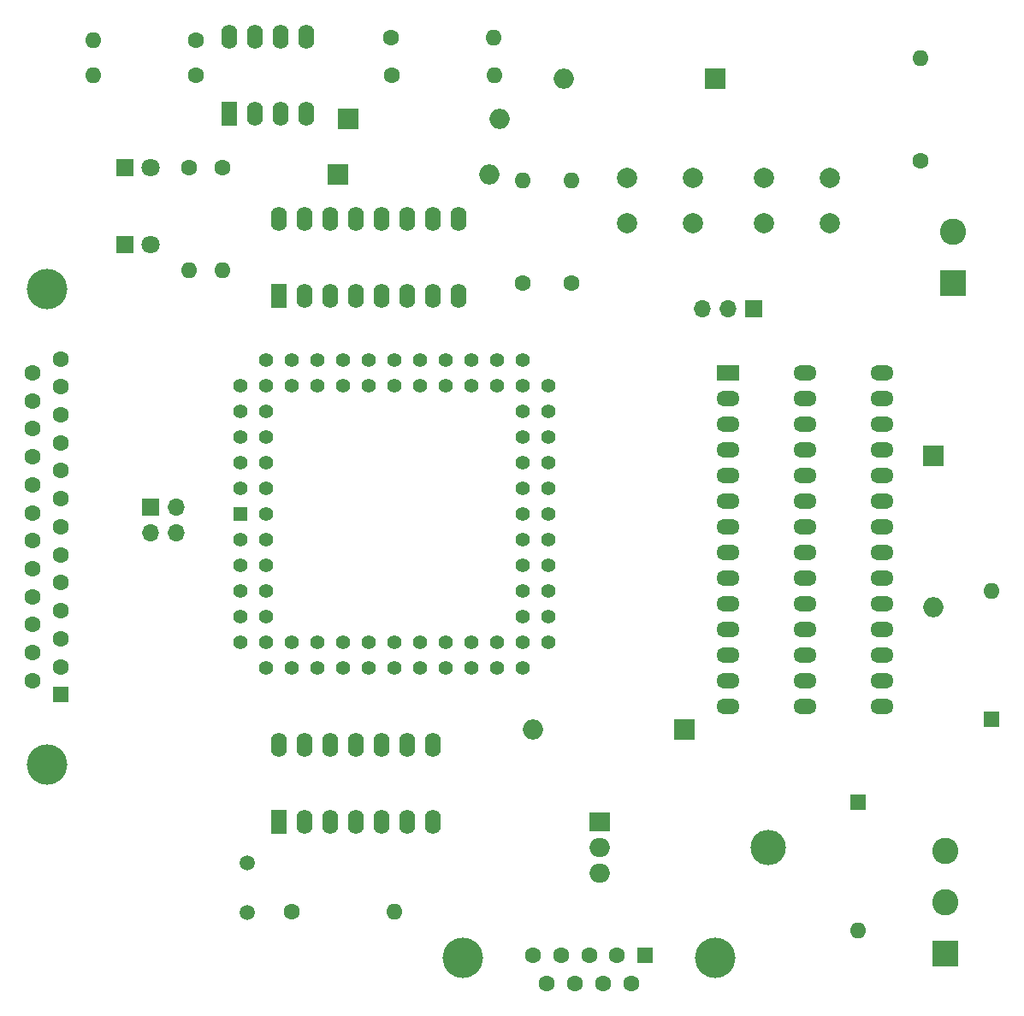
<source format=gbr>
%TF.GenerationSoftware,KiCad,Pcbnew,8.0.5*%
%TF.CreationDate,2024-10-06T22:29:13+02:00*%
%TF.ProjectId,carte_test,63617274-655f-4746-9573-742e6b696361,0*%
%TF.SameCoordinates,Original*%
%TF.FileFunction,Soldermask,Top*%
%TF.FilePolarity,Negative*%
%FSLAX46Y46*%
G04 Gerber Fmt 4.6, Leading zero omitted, Abs format (unit mm)*
G04 Created by KiCad (PCBNEW 8.0.5) date 2024-10-06 22:29:13*
%MOMM*%
%LPD*%
G01*
G04 APERTURE LIST*
%ADD10R,1.600000X1.600000*%
%ADD11O,1.600000X1.600000*%
%ADD12C,2.000000*%
%ADD13R,1.397000X1.397000*%
%ADD14C,1.397000*%
%ADD15R,1.600000X2.400000*%
%ADD16O,1.600000X2.400000*%
%ADD17R,1.700000X1.700000*%
%ADD18O,1.700000X1.700000*%
%ADD19C,1.600000*%
%ADD20C,1.500000*%
%ADD21R,1.800000X1.800000*%
%ADD22C,1.800000*%
%ADD23C,4.000000*%
%ADD24O,3.500000X3.500000*%
%ADD25R,2.000000X1.905000*%
%ADD26O,2.000000X1.905000*%
%ADD27R,2.600000X2.600000*%
%ADD28C,2.600000*%
%ADD29R,2.000000X2.000000*%
%ADD30O,2.000000X2.000000*%
%ADD31R,2.300000X1.500000*%
%ADD32O,2.300000X1.500000*%
G04 APERTURE END LIST*
D10*
%TO.C,D1*%
X181102000Y-115570000D03*
D11*
X181102000Y-128270000D03*
%TD*%
D10*
%TO.C,D4*%
X194310000Y-107315000D03*
D11*
X194310000Y-94615000D03*
%TD*%
D12*
%TO.C,SW1*%
X158242000Y-53721000D03*
X164742000Y-53721000D03*
X158242000Y-58221000D03*
X164742000Y-58221000D03*
%TD*%
D13*
%TO.C,U2*%
X120015000Y-86995000D03*
D14*
X122555000Y-86995000D03*
X120015000Y-89535000D03*
X122555000Y-89535000D03*
X120015000Y-92075000D03*
X122555000Y-92075000D03*
X120015000Y-94615000D03*
X122555000Y-94615000D03*
X120015000Y-97155000D03*
X122555000Y-97155000D03*
X120015000Y-99695000D03*
X122555000Y-102235000D03*
X122555000Y-99695000D03*
X125095000Y-102235000D03*
X125095000Y-99695000D03*
X127635000Y-102235000D03*
X127635000Y-99695000D03*
X130175000Y-102235000D03*
X130175000Y-99695000D03*
X132715000Y-102235000D03*
X132715000Y-99695000D03*
X135255000Y-102235000D03*
X135255000Y-99695000D03*
X137795000Y-102235000D03*
X137795000Y-99695000D03*
X140335000Y-102235000D03*
X140335000Y-99695000D03*
X142875000Y-102235000D03*
X142875000Y-99695000D03*
X145415000Y-102235000D03*
X145415000Y-99695000D03*
X147955000Y-102235000D03*
X150495000Y-99695000D03*
X147955000Y-99695000D03*
X150495000Y-97155000D03*
X147955000Y-97155000D03*
X150495000Y-94615000D03*
X147955000Y-94615000D03*
X150495000Y-92075000D03*
X147955000Y-92075000D03*
X150495000Y-89535000D03*
X147955000Y-89535000D03*
X150495000Y-86995000D03*
X147955000Y-86995000D03*
X150495000Y-84455000D03*
X147955000Y-84455000D03*
X150495000Y-81915000D03*
X147955000Y-81915000D03*
X150495000Y-79375000D03*
X147955000Y-79375000D03*
X150495000Y-76835000D03*
X147955000Y-76835000D03*
X150495000Y-74295000D03*
X147955000Y-71755000D03*
X147955000Y-74295000D03*
X145415000Y-71755000D03*
X145415000Y-74295000D03*
X142875000Y-71755000D03*
X142875000Y-74295000D03*
X140335000Y-71755000D03*
X140335000Y-74295000D03*
X137795000Y-71755000D03*
X137795000Y-74295000D03*
X135255000Y-71755000D03*
X135255000Y-74295000D03*
X132715000Y-71755000D03*
X132715000Y-74295000D03*
X130175000Y-71755000D03*
X130175000Y-74295000D03*
X127635000Y-71755000D03*
X127635000Y-74295000D03*
X125095000Y-71755000D03*
X125095000Y-74295000D03*
X122555000Y-71755000D03*
X120015000Y-74295000D03*
X122555000Y-74295000D03*
X120015000Y-76835000D03*
X122555000Y-76835000D03*
X120015000Y-79375000D03*
X122555000Y-79375000D03*
X120015000Y-81915000D03*
X122555000Y-81915000D03*
X120015000Y-84455000D03*
X122555000Y-84455000D03*
%TD*%
D15*
%TO.C,U4*%
X123825000Y-117475000D03*
D16*
X126365000Y-117475000D03*
X128905000Y-117475000D03*
X131445000Y-117475000D03*
X133985000Y-117475000D03*
X136525000Y-117475000D03*
X139065000Y-117475000D03*
X139065000Y-109855000D03*
X136525000Y-109855000D03*
X133985000Y-109855000D03*
X131445000Y-109855000D03*
X128905000Y-109855000D03*
X126365000Y-109855000D03*
X123825000Y-109855000D03*
%TD*%
D17*
%TO.C,P4*%
X111125000Y-86360000D03*
D18*
X113665000Y-86360000D03*
X111125000Y-88900000D03*
X113665000Y-88900000D03*
%TD*%
D17*
%TO.C,K1*%
X170800000Y-66675000D03*
D18*
X168260000Y-66675000D03*
X165720000Y-66675000D03*
%TD*%
D19*
%TO.C,R2*%
X114935000Y-52705000D03*
D11*
X114935000Y-62865000D03*
%TD*%
D19*
%TO.C,R8*%
X134874000Y-39878000D03*
D11*
X145034000Y-39878000D03*
%TD*%
D19*
%TO.C,R10*%
X187325000Y-52070000D03*
D11*
X187325000Y-41910000D03*
%TD*%
D19*
%TO.C,R9*%
X135001000Y-43561000D03*
D11*
X145161000Y-43561000D03*
%TD*%
D19*
%TO.C,R1*%
X125095000Y-126365000D03*
D11*
X135255000Y-126365000D03*
%TD*%
D19*
%TO.C,R5*%
X147955000Y-64135000D03*
D11*
X147955000Y-53975000D03*
%TD*%
D19*
%TO.C,R6*%
X115570000Y-43561000D03*
D11*
X105410000Y-43561000D03*
%TD*%
D19*
%TO.C,R3*%
X118200000Y-52700000D03*
D11*
X118200000Y-62860000D03*
%TD*%
D15*
%TO.C,U1*%
X123825000Y-65405000D03*
D16*
X126365000Y-65405000D03*
X128905000Y-65405000D03*
X131445000Y-65405000D03*
X133985000Y-65405000D03*
X136525000Y-65405000D03*
X139065000Y-65405000D03*
X141605000Y-65405000D03*
X141605000Y-57785000D03*
X139065000Y-57785000D03*
X136525000Y-57785000D03*
X133985000Y-57785000D03*
X131445000Y-57785000D03*
X128905000Y-57785000D03*
X126365000Y-57785000D03*
X123825000Y-57785000D03*
%TD*%
D20*
%TO.C,X1*%
X120650000Y-121539000D03*
X120650000Y-126439000D03*
%TD*%
D19*
%TO.C,R4*%
X152781000Y-64135000D03*
D11*
X152781000Y-53975000D03*
%TD*%
D19*
%TO.C,R7*%
X115570000Y-40132000D03*
D11*
X105410000Y-40132000D03*
%TD*%
D21*
%TO.C,D3*%
X108585000Y-52705000D03*
D22*
X111125000Y-52705000D03*
%TD*%
D21*
%TO.C,D2*%
X108585000Y-60325000D03*
D22*
X111125000Y-60325000D03*
%TD*%
D15*
%TO.C,U6*%
X118872000Y-47371000D03*
D16*
X121412000Y-47371000D03*
X123952000Y-47371000D03*
X126492000Y-47371000D03*
X126492000Y-39751000D03*
X123952000Y-39751000D03*
X121412000Y-39751000D03*
X118872000Y-39751000D03*
%TD*%
D23*
%TO.C,J1*%
X100815000Y-64732000D03*
X100815000Y-111832000D03*
D10*
X102235000Y-104902000D03*
D19*
X102235000Y-102132000D03*
X102235000Y-99362000D03*
X102235000Y-96592000D03*
X102235000Y-93822000D03*
X102235000Y-91052000D03*
X102235000Y-88282000D03*
X102235000Y-85512000D03*
X102235000Y-82742000D03*
X102235000Y-79972000D03*
X102235000Y-77202000D03*
X102235000Y-74432000D03*
X102235000Y-71662000D03*
X99395000Y-103517000D03*
X99395000Y-100747000D03*
X99395000Y-97977000D03*
X99395000Y-95207000D03*
X99395000Y-92437000D03*
X99395000Y-89667000D03*
X99395000Y-86897000D03*
X99395000Y-84127000D03*
X99395000Y-81357000D03*
X99395000Y-78587000D03*
X99395000Y-75817000D03*
X99395000Y-73047000D03*
%TD*%
D24*
%TO.C,U3*%
X172235000Y-120015000D03*
D25*
X155575000Y-117475000D03*
D26*
X155575000Y-120015000D03*
X155575000Y-122555000D03*
%TD*%
D23*
%TO.C,J2*%
X141980000Y-130983000D03*
X166980000Y-130983000D03*
D10*
X160020000Y-130683000D03*
D19*
X157250000Y-130683000D03*
X154480000Y-130683000D03*
X151710000Y-130683000D03*
X148940000Y-130683000D03*
X158635000Y-133523000D03*
X155865000Y-133523000D03*
X153095000Y-133523000D03*
X150325000Y-133523000D03*
%TD*%
D27*
%TO.C,P2*%
X189738000Y-130556000D03*
D28*
X189738000Y-125476000D03*
X189738000Y-120396000D03*
%TD*%
D27*
%TO.C,P3*%
X190500000Y-64135000D03*
D28*
X190500000Y-59055000D03*
%TD*%
D29*
%TO.C,C13*%
X167005000Y-43942000D03*
D30*
X152005000Y-43942000D03*
%TD*%
D29*
%TO.C,C6*%
X163957000Y-108331000D03*
D30*
X148957000Y-108331000D03*
%TD*%
D29*
%TO.C,C3*%
X188595000Y-81280000D03*
D30*
X188595000Y-96280000D03*
%TD*%
D29*
%TO.C,C2*%
X129600000Y-53400000D03*
D30*
X144600000Y-53400000D03*
%TD*%
D12*
%TO.C,SW2*%
X171831000Y-53721000D03*
X178331000Y-53721000D03*
X171831000Y-58221000D03*
X178331000Y-58221000D03*
%TD*%
D31*
%TO.C,U5*%
X168255000Y-73015000D03*
D32*
X168255000Y-75555000D03*
X168255000Y-78095000D03*
X168255000Y-80635000D03*
X168255000Y-83175000D03*
X168255000Y-85715000D03*
X168255000Y-88255000D03*
X168255000Y-90795000D03*
X168255000Y-93335000D03*
X168255000Y-95875000D03*
X168255000Y-98415000D03*
X168255000Y-100955000D03*
X168255000Y-103495000D03*
X168255000Y-106035000D03*
X175875000Y-106035000D03*
X183495000Y-106035000D03*
X175875000Y-103495000D03*
X183495000Y-103495000D03*
X175875000Y-100955000D03*
X183495000Y-100955000D03*
X175875000Y-98415000D03*
X183495000Y-98415000D03*
X175875000Y-95875000D03*
X183495000Y-95875000D03*
X175875000Y-93335000D03*
X183495000Y-93335000D03*
X175875000Y-90795000D03*
X183495000Y-90795000D03*
X175875000Y-88255000D03*
X183495000Y-88255000D03*
X175875000Y-85715000D03*
X183495000Y-85715000D03*
X175875000Y-83175000D03*
X183495000Y-83175000D03*
X175875000Y-80635000D03*
X183495000Y-80635000D03*
X175875000Y-78095000D03*
X183495000Y-78095000D03*
X175875000Y-75555000D03*
X183495000Y-75555000D03*
X175875000Y-73015000D03*
X183495000Y-73015000D03*
%TD*%
D29*
%TO.C,C14*%
X130600000Y-47900000D03*
D30*
X145600000Y-47900000D03*
%TD*%
M02*

</source>
